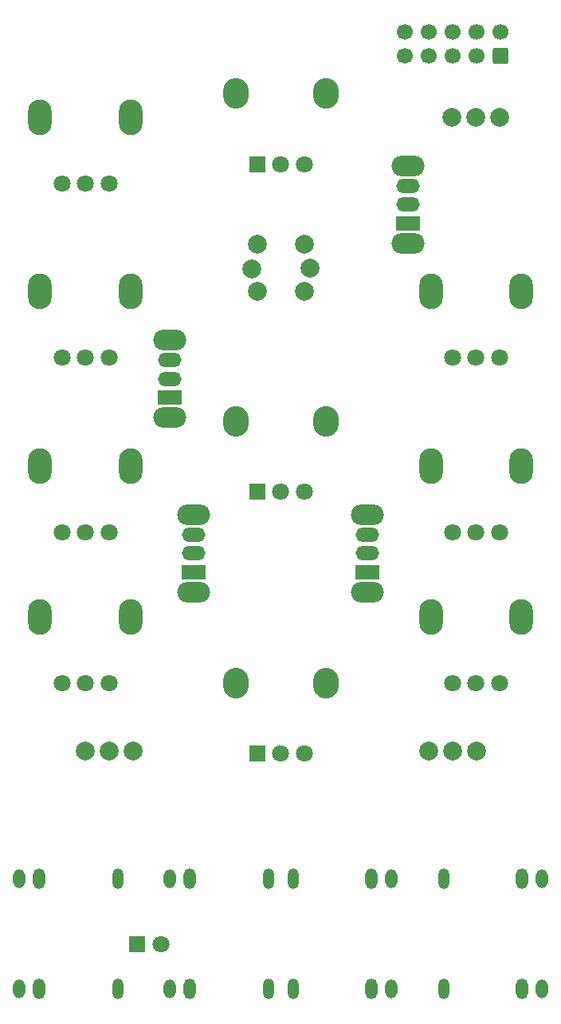
<source format=gts>
%TF.GenerationSoftware,KiCad,Pcbnew,7.0.10*%
%TF.CreationDate,2024-03-26T03:22:52+05:30*%
%TF.ProjectId,Echo Cinematic,4563686f-2043-4696-9e65-6d617469632e,rev?*%
%TF.SameCoordinates,Original*%
%TF.FileFunction,Soldermask,Top*%
%TF.FilePolarity,Negative*%
%FSLAX46Y46*%
G04 Gerber Fmt 4.6, Leading zero omitted, Abs format (unit mm)*
G04 Created by KiCad (PCBNEW 7.0.10) date 2024-03-26 03:22:52*
%MOMM*%
%LPD*%
G01*
G04 APERTURE LIST*
G04 Aperture macros list*
%AMRoundRect*
0 Rectangle with rounded corners*
0 $1 Rounding radius*
0 $2 $3 $4 $5 $6 $7 $8 $9 X,Y pos of 4 corners*
0 Add a 4 corners polygon primitive as box body*
4,1,4,$2,$3,$4,$5,$6,$7,$8,$9,$2,$3,0*
0 Add four circle primitives for the rounded corners*
1,1,$1+$1,$2,$3*
1,1,$1+$1,$4,$5*
1,1,$1+$1,$6,$7*
1,1,$1+$1,$8,$9*
0 Add four rect primitives between the rounded corners*
20,1,$1+$1,$2,$3,$4,$5,0*
20,1,$1+$1,$4,$5,$6,$7,0*
20,1,$1+$1,$6,$7,$8,$9,0*
20,1,$1+$1,$8,$9,$2,$3,0*%
G04 Aperture macros list end*
%ADD10O,1.300000X2.000000*%
%ADD11O,1.200000X2.200000*%
%ADD12O,1.300000X2.200000*%
%ADD13O,2.500000X3.800000*%
%ADD14C,1.800000*%
%ADD15C,2.000000*%
%ADD16R,1.800000X1.800000*%
%ADD17O,2.720000X3.240000*%
%ADD18O,3.500000X2.200000*%
%ADD19R,2.500000X1.500000*%
%ADD20O,2.500000X1.500000*%
%ADD21RoundRect,0.250000X0.600000X-0.600000X0.600000X0.600000X-0.600000X0.600000X-0.600000X-0.600000X0*%
%ADD22C,1.700000*%
G04 APERTURE END LIST*
D10*
%TO.C,J2*%
X82250000Y-130500000D03*
D11*
X92670000Y-130500000D03*
D12*
X84370000Y-130500000D03*
%TD*%
D10*
%TO.C,J5*%
X121750000Y-130500000D03*
D11*
X111330000Y-130500000D03*
D12*
X119630000Y-130500000D03*
%TD*%
D10*
%TO.C,J6*%
X121750000Y-142250000D03*
D11*
X111330000Y-142250000D03*
D12*
X119630000Y-142250000D03*
%TD*%
D13*
%TO.C,RV4*%
X109950000Y-86750000D03*
D14*
X112250000Y-93750000D03*
D13*
X119550000Y-86750000D03*
D14*
X114750000Y-93750000D03*
X117250000Y-93750000D03*
%TD*%
D13*
%TO.C,RV2*%
X109950000Y-68250000D03*
D14*
X112250000Y-75250000D03*
D13*
X119550000Y-68250000D03*
D14*
X114750000Y-75250000D03*
X117250000Y-75250000D03*
%TD*%
D13*
%TO.C,RV5*%
X68450000Y-102750000D03*
D14*
X70750000Y-109750000D03*
D13*
X78050000Y-102750000D03*
D14*
X73250000Y-109750000D03*
X75750000Y-109750000D03*
%TD*%
D13*
%TO.C,RV6*%
X68450000Y-68250000D03*
D14*
X70750000Y-75250000D03*
D13*
X78050000Y-68250000D03*
D14*
X73250000Y-75250000D03*
X75750000Y-75250000D03*
%TD*%
D13*
%TO.C,RV7*%
X68450000Y-86750000D03*
D14*
X70750000Y-93750000D03*
D13*
X78050000Y-86750000D03*
D14*
X73250000Y-93750000D03*
X75750000Y-93750000D03*
%TD*%
D13*
%TO.C,RV8*%
X109950000Y-102750000D03*
D14*
X112250000Y-109750000D03*
D13*
X119550000Y-102750000D03*
D14*
X114750000Y-109750000D03*
X117250000Y-109750000D03*
%TD*%
D15*
%TO.C,SW1*%
X114790000Y-117000000D03*
X112250000Y-117000000D03*
X109710000Y-117000000D03*
%TD*%
%TO.C,SW2*%
X78290000Y-117000000D03*
X75750000Y-117000000D03*
X73210000Y-117000000D03*
%TD*%
D16*
%TO.C,RV3*%
X91500000Y-89500000D03*
D17*
X89200000Y-82000000D03*
X98800000Y-82000000D03*
D14*
X94000000Y-89500000D03*
X96500000Y-89500000D03*
%TD*%
D13*
%TO.C,RV1*%
X68450000Y-49750000D03*
D14*
X70750000Y-56750000D03*
D13*
X78050000Y-49750000D03*
D14*
X73250000Y-56750000D03*
X75750000Y-56750000D03*
%TD*%
D12*
%TO.C,J7*%
X103630000Y-130500000D03*
D10*
X105750000Y-130500000D03*
D11*
X95330000Y-130500000D03*
%TD*%
D12*
%TO.C,J9*%
X103630000Y-142250000D03*
D10*
X105750000Y-142250000D03*
D11*
X95330000Y-142250000D03*
%TD*%
D10*
%TO.C,J8*%
X66250000Y-130500000D03*
D11*
X76670000Y-130500000D03*
D12*
X68370000Y-130500000D03*
%TD*%
D15*
%TO.C,SW3*%
X96500000Y-68250000D03*
X91500000Y-68250000D03*
X97100000Y-65750000D03*
X90900000Y-65850000D03*
X96500000Y-63250000D03*
X91500000Y-63250000D03*
%TD*%
D16*
%TO.C,RV9*%
X91500000Y-54750000D03*
D17*
X89200000Y-47250000D03*
X98800000Y-47250000D03*
D14*
X94000000Y-54750000D03*
X96500000Y-54750000D03*
%TD*%
D16*
%TO.C,RV10*%
X91500000Y-117250000D03*
D17*
X89200000Y-109750000D03*
X98800000Y-109750000D03*
D14*
X94000000Y-117250000D03*
X96500000Y-117250000D03*
%TD*%
D10*
%TO.C,J4*%
X82250000Y-142250000D03*
D11*
X92670000Y-142250000D03*
D12*
X84370000Y-142250000D03*
%TD*%
D18*
%TO.C,SW9*%
X107500000Y-63100000D03*
X107500000Y-54900000D03*
D19*
X107500000Y-61000000D03*
D20*
X107500000Y-59000000D03*
X107500000Y-57000000D03*
%TD*%
D10*
%TO.C,J16*%
X66250000Y-142250000D03*
D11*
X76670000Y-142250000D03*
D12*
X68370000Y-142250000D03*
%TD*%
D18*
%TO.C,SW8*%
X82250000Y-81600000D03*
X82250000Y-73400000D03*
D19*
X82250000Y-79500000D03*
D20*
X82250000Y-77500000D03*
X82250000Y-75500000D03*
%TD*%
D16*
%TO.C,D3*%
X78750000Y-137500000D03*
D14*
X81290000Y-137500000D03*
%TD*%
D18*
%TO.C,SW6*%
X103250000Y-100100000D03*
X103250000Y-91900000D03*
D19*
X103250000Y-98000000D03*
D20*
X103250000Y-96000000D03*
X103250000Y-94000000D03*
%TD*%
D18*
%TO.C,SW7*%
X84750000Y-100100000D03*
X84750000Y-91900000D03*
D19*
X84750000Y-98000000D03*
D20*
X84750000Y-96000000D03*
X84750000Y-94000000D03*
%TD*%
D15*
%TO.C,SW10*%
X117290000Y-49750000D03*
X114750000Y-49750000D03*
X112210000Y-49750000D03*
%TD*%
D21*
%TO.C,J1*%
X117330000Y-43252500D03*
D22*
X117330000Y-40712500D03*
X114790000Y-43252500D03*
X114790000Y-40712500D03*
X112250000Y-43252500D03*
X112250000Y-40712500D03*
X109710000Y-43252500D03*
X109710000Y-40712500D03*
X107170000Y-43252500D03*
X107170000Y-40712500D03*
%TD*%
M02*

</source>
